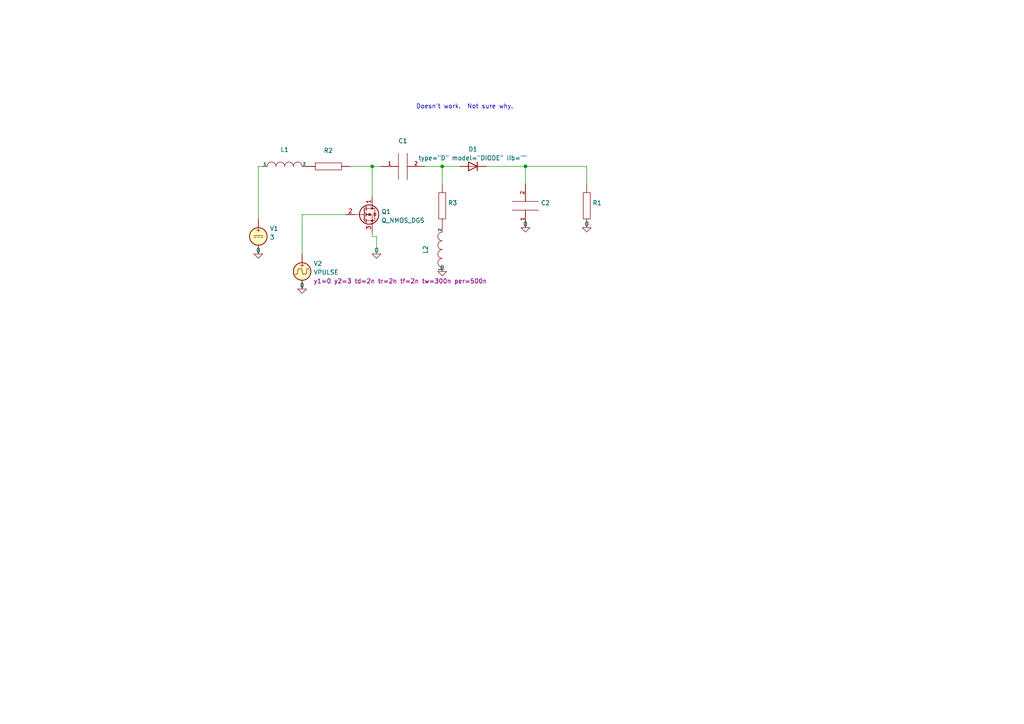
<source format=kicad_sch>
(kicad_sch (version 20211123) (generator eeschema)
  (paper "A4")
  (lib_symbols
    (symbol "Device:Q_NMOS_DGS" (pin_names (offset 0) hide)
      (property "Reference" "Q" (at 5.08 1.27 0))
      (property "Value" "Q_NMOS_DGS" (at 5.08 -1.27 0))
      (symbol "Q_NMOS_DGS_0_1"
        (polyline (pts (xy 0.254 0) (xy -2.54 0)))
        (polyline (pts (xy 0.254 1.905) (xy 0.254 -1.905)) (stroke (width 0.254)))
        (polyline (pts (xy 0.762 -1.27) (xy 0.762 -2.286)) (stroke (width 0.254)))
        (polyline (pts (xy 0.762 0.508) (xy 0.762 -0.508)) (stroke (width 0.254)))
        (polyline (pts (xy 0.762 2.286) (xy 0.762 1.27)) (stroke (width 0.254)))
        (polyline (pts (xy 2.54 2.54) (xy 2.54 1.778)))
        (polyline (pts (xy 2.54 -2.54) (xy 2.54 0) (xy 0.762 0)))
        (polyline (pts (xy 0.762 -1.778) (xy 3.302 -1.778) (xy 3.302 1.778) (xy 0.762 1.778)))
        (polyline (pts (xy 1.016 0) (xy 2.032 0.381) (xy 2.032 -0.381) (xy 1.016 0)) (fill (type outline)))
        (polyline (pts (xy 2.794 0.508) (xy 2.921 0.381) (xy 3.683 0.381) (xy 3.81 0.254)))
        (polyline (pts (xy 3.302 0.381) (xy 2.921 -0.254) (xy 3.683 -0.254) (xy 3.302 0.381)))
        (circle (center 1.651 0) (radius 2.794) (stroke (width 0.254)))
        (circle (center 2.54 -1.778) (radius 0.254) (fill (type outline)))
        (circle (center 2.54 1.778) (radius 0.254) (fill (type outline)))
      )
      (symbol "Q_NMOS_DGS_1_1"
        (pin passive line (at 2.54 5.08 270) (length 2.54) (name "D") (number "1"))
        (pin input line (at -5.08 0 0) (length 2.54) (name "G") (number "2"))
        (pin passive line (at 2.54 -5.08 90) (length 2.54) (name "S") (number "3"))
      )
    )
    (symbol "Simulation_SPICE:DIODE" (pin_numbers hide) (pin_names (offset 1.016) hide)
      (property "Reference" "D" (at 0 2.54 0))
      (property "Value" "DIODE" (at 0 -2.54 0))
      (symbol "DIODE_0_1"
        (polyline (pts (xy 1.27 0) (xy -1.27 0)))
        (polyline (pts (xy 1.27 1.27) (xy 1.27 -1.27)) (stroke (width 0.254)))
        (polyline (pts (xy -1.27 -1.27) (xy -1.27 1.27) (xy 1.27 0) (xy -1.27 -1.27)) (stroke (width 0.254)))
      )
      (symbol "DIODE_1_1"
        (pin passive line (at -3.81 0 0) (length 2.54) (name "A") (number "1"))
        (pin passive line (at 3.81 0 180) (length 2.54) (name "K") (number "2"))
      )
    )
    (symbol "Simulation_SPICE:VDC" (pin_numbers hide) (pin_names (offset 0.0254))
      (property "Reference" "V" (at 2.54 2.54 0))
      (property "Value" "VDC" (at 2.54 0 0))
      (property "Spice_Model" "dc(1)" (at 2.54 -2.54 0))
      (symbol "VDC_0_0"
        (polyline (pts (xy -1.27 0.254) (xy 1.27 0.254)))
        (polyline (pts (xy -0.762 -0.254) (xy -1.27 -0.254)))
        (polyline (pts (xy 0.254 -0.254) (xy -0.254 -0.254)))
        (polyline (pts (xy 1.27 -0.254) (xy 0.762 -0.254)))
        (text "+" (at 0 1.905 0) (effects (font (size 1.27 1.27))))
      )
      (symbol "VDC_0_1"
        (circle (center 0 0) (radius 2.54) (stroke (width 0.254)) (fill (type background)))
      )
      (symbol "VDC_1_1"
        (pin passive line (at 0 5.08 270) (length 2.54) (name "~") (number "1"))
        (pin passive line (at 0 -5.08 90) (length 2.54) (name "~") (number "2"))
      )
    )
    (symbol "Simulation_SPICE:VPULSE" (pin_numbers hide) (pin_names (offset 0.0254))
      (property "Reference" "V" (at 2.54 2.54 0))
      (property "Value" "VPULSE" (at 2.54 0 0))
      (property "Spice_Model" "pulse(0 1 2n 2n 2n 50n 100n)" (at 2.54 -2.54 0))
      (symbol "VPULSE_0_0"
        (polyline (pts (xy -2.032 -0.762) (xy -1.397 -0.762) (xy -1.143 0.762) (xy -0.127 0.762) (xy 0.127 -0.762) (xy 1.143 -0.762) (xy 1.397 0.762) (xy 2.032 0.762)))
        (text "+" (at 0 1.905 0) (effects (font (size 1.27 1.27))))
      )
      (symbol "VPULSE_0_1"
        (circle (center 0 0) (radius 2.54) (stroke (width 0.254)) (fill (type background)))
      )
      (symbol "VPULSE_1_1"
        (pin passive line (at 0 5.08 270) (length 2.54) (name "~") (number "1"))
        (pin passive line (at 0 -5.08 90) (length 2.54) (name "~") (number "2"))
      )
    )
    (symbol "pspice:0" (power) (pin_names (offset 0))
      (property "Value" "0" (at 0 -1.778 0))
      (symbol "0_0_1"
        (polyline (pts (xy -1.27 0) (xy 0 -1.27) (xy 1.27 0) (xy -1.27 0)))
      )
      (symbol "0_1_1"
        (pin power_in line (at 0 0 0) (length 0) hide (name "0") (number "1"))
      )
    )
    (symbol "pspice:C" (pin_names (offset 0.254))
      (property "Reference" "C" (at 2.54 3.81 90))
      (property "Value" "C" (at 2.54 -3.81 90))
      (symbol "C_0_1"
        (polyline (pts (xy -3.81 -1.27) (xy 3.81 -1.27)))
        (polyline (pts (xy -3.81 1.27) (xy 3.81 1.27)))
      )
      (symbol "C_1_1"
        (pin passive line (at 0 6.35 270) (length 5.08) (name "~") (number "1"))
        (pin passive line (at 0 -6.35 90) (length 5.08) (name "~") (number "2"))
      )
    )
    (symbol "pspice:INDUCTOR" (pin_numbers hide) (pin_names (offset 0))
      (property "Reference" "L" (at 0 2.54 0))
      (property "Value" "INDUCTOR" (at 0 -1.27 0))
      (symbol "INDUCTOR_0_1"
        (arc (start -2.54 0) (mid -3.81 1.27) (end -5.08 0))
        (arc (start 0 0) (mid -1.27 1.27) (end -2.54 0))
        (arc (start 2.54 0) (mid 1.27 1.27) (end 0 0))
        (arc (start 5.08 0) (mid 3.81 1.27) (end 2.54 0))
      )
      (symbol "INDUCTOR_1_1"
        (pin input line (at -6.35 0 0) (length 1.27) (name "1") (number "1"))
        (pin input line (at 6.35 0 180) (length 1.27) (name "2") (number "2"))
      )
    )
    (symbol "pspice:R" (pin_numbers hide) (pin_names (offset 0))
      (property "Reference" "R" (at 2.032 0 90))
      (property "Value" "R" (at 0 0 90))
      (symbol "R_0_1"
        (rectangle (start -1.016 3.81) (end 1.016 -3.81))
      )
      (symbol "R_1_1"
        (pin passive line (at 0 6.35 270) (length 2.54) (name "~") (number "1"))
        (pin passive line (at 0 -6.35 90) (length 2.54) (name "~") (number "2"))
      )
    )
  )
  (junction (at 128.27 48.26))
  (junction (at 152.4 48.26))
  (junction (at 107.95 48.26))
  (wire (pts (xy 87.63 73.66) (xy 87.63 62.23)))
  (wire (pts (xy 87.63 62.23) (xy 100.33 62.23)))
  (wire (pts (xy 101.6 48.26) (xy 107.95 48.26)))
  (wire (pts (xy 109.22 68.58) (xy 107.95 68.58)))
  (wire (pts (xy 109.22 73.66) (xy 109.22 68.58)))
  (wire (pts (xy 128.27 48.26) (xy 133.35 48.26)))
  (wire (pts (xy 107.95 48.26) (xy 110.49 48.26)))
  (wire (pts (xy 170.18 48.26) (xy 170.18 53.34)))
  (wire (pts (xy 107.95 68.58) (xy 107.95 67.31)))
  (wire (pts (xy 123.19 48.26) (xy 128.27 48.26)))
  (wire (pts (xy 107.95 48.26) (xy 107.95 57.15)))
  (wire (pts (xy 128.27 53.34) (xy 128.27 48.26)))
  (wire (pts (xy 140.97 48.26) (xy 152.4 48.26)))
  (wire (pts (xy 76.2 48.26) (xy 74.93 48.26)))
  (wire (pts (xy 74.93 48.26) (xy 74.93 63.5)))
  (wire (pts (xy 152.4 48.26) (xy 170.18 48.26)))
  (wire (pts (xy 152.4 48.26) (xy 152.4 53.34)))
  (text "Doesn't work.  Not sure why." (at 120.65 31.75 0) (effects (font (size 1.27 1.27)) (justify left bottom)))
  (symbol (lib_id "Simulation_SPICE:DIODE") (at 137.16 48.26 0) (unit 1)
    (property "Reference" "D1" (at 137.16 43.2902 0))
    (property "Value" "DIODE" (at 137.16 45.8271 0))
    (property "Spice_Netlist_Enabled" "Y" (effects hide))
    (property "Spice_Primitive" "D" (effects hide))
  )
  (symbol (lib_id "pspice:0") (at 128.27 78.74 0) (unit 1)
    (property "Reference" "#GND04" (effects hide))
    (property "Value" "0" (at 128.27 77.7042 0))
  )
  (symbol (lib_id "pspice:INDUCTOR") (at 128.27 72.39 90) (unit 1)
    (property "Reference" "L2" (at 123.4272 72.39 0))
    (property "Value" "INDUCOR" (effects hide))
    (property "Spice_Primitive" "L" (effects hide))
    (property "Spice_Model" "4.7uH" (at 129.54 72.39 0))
    (property "Spice_Netlist_Enabled" "Y" (effects hide))
  )
  (symbol (lib_id "pspice:0") (at 87.63 83.82 0) (unit 1)
    (property "Reference" "#GND02" (effects hide))
    (property "Value" "0" (at 87.63 82.7842 0))
  )
  (symbol (lib_id "pspice:C") (at 116.84 48.26 90) (unit 1)
    (property "Reference" "C1" (at 116.84 40.8772 90))
    (property "Value" "CAP" (effects hide))
    (property "Spice_Primitive" "C" (effects hide))
    (property "Spice_Model" "1u" (at 116.84 48.26 0))
    (property "Spice_Netlist_Enabled" "Y" (effects hide))
  )
  (symbol (lib_id "pspice:R") (at 170.18 59.69 0) (unit 1)
    (property "Reference" "R1" (at 171.831 58.8553 0) (effects (justify left)))
    (property "Value" "R" (effects hide))
    (property "Spice_Primitive" "R" (effects hide))
    (property "Spice_Model" "300" (at 170.18 59.69 0))
    (property "Spice_Netlist_Enabled" "Y" (effects hide))
  )
  (symbol (lib_id "Device:Q_NMOS_DGS") (at 105.41 62.23 0) (unit 1)
    (property "Reference" "Q1" (at 110.617 61.3953 0) (effects (justify left)))
    (property "Value" "Q_NMOS_DGS" (at 110.617 63.9322 0) (effects (justify left)))
    (property "Spice_Primitive" "X" (effects hide))
    (property "Spice_Model" "PNM3FD20V1E-MOSFET-N-DFN-3L-POWER" (effects hide))
    (property "Spice_Netlist_Enabled" "Y" (effects hide))
    (property "Spice_Lib_File" "/home/cnlohr/git/ch32v003fun/hardware/symbols/cnlohr-spice.lib" (effects hide))
  )
  (symbol (lib_id "Simulation_SPICE:VPULSE") (at 87.63 78.74 0) (unit 1)
    (property "Reference" "V2" (at 90.932 76.4471 0) (effects (justify left)))
    (property "Value" "VPULSE" (at 90.932 78.984 0) (effects (justify left)))
    (property "Spice_Netlist_Enabled" "Y" (effects hide))
    (property "Spice_Primitive" "V" (effects hide))
    (property "Spice_Model" "pulse(0 3 2n 2n 2n 300n 500n)" (at 90.932 81.5209 0) (effects (justify left)))
  )
  (symbol (lib_id "pspice:0") (at 74.93 73.66 0) (unit 1)
    (property "Reference" "#GND01" (effects hide))
    (property "Value" "0" (at 74.93 72.6242 0))
  )
  (symbol (lib_id "pspice:INDUCTOR") (at 82.55 48.26 0) (unit 1)
    (property "Reference" "L1" (at 82.55 43.4172 0))
    (property "Value" "INDUCTOR" (effects hide))
    (property "Spice_Primitive" "L" (effects hide))
    (property "Spice_Model" "4.7u" (at 82.55 49.53 0))
    (property "Spice_Netlist_Enabled" "Y" (effects hide))
  )
  (symbol (lib_id "pspice:0") (at 170.18 66.04 0) (unit 1)
    (property "Reference" "#GND06" (effects hide))
    (property "Value" "0" (at 170.18 65.0042 0))
  )
  (symbol (lib_id "pspice:0") (at 152.4 66.04 0) (unit 1)
    (property "Reference" "#GND05" (effects hide))
    (property "Value" "0" (at 152.4 65.0042 0))
  )
  (symbol (lib_id "pspice:R") (at 95.25 48.26 90) (unit 1)
    (property "Reference" "R2" (at 95.25 43.6712 90))
    (property "Value" "R" (effects hide))
    (property "Spice_Primitive" "R" (effects hide))
    (property "Spice_Model" ".15" (at 95.25 46.2081 90))
    (property "Spice_Netlist_Enabled" "Y" (effects hide))
  )
  (symbol (lib_id "pspice:0") (at 109.22 73.66 0) (unit 1)
    (property "Reference" "#GND03" (effects hide))
    (property "Value" "0" (at 109.22 72.6242 0))
  )
  (symbol (lib_id "pspice:C") (at 152.4 59.69 180) (unit 1)
    (property "Reference" "C2" (at 156.845 58.8553 0) (effects (justify right)))
    (property "Value" "4.7uF" (effects hide))
    (property "Spice_Primitive" "C" (effects hide))
    (property "Spice_Model" "1uF" (at 156.845 61.3922 0) (effects (justify right)))
    (property "Spice_Netlist_Enabled" "Y" (effects hide))
  )
  (symbol (lib_id "pspice:R") (at 128.27 59.69 180) (unit 1)
    (property "Reference" "R3" (at 129.921 58.8553 0) (effects (justify right)))
    (property "Value" "R" (effects hide))
    (property "Spice_Primitive" "R" (effects hide))
    (property "Spice_Model" ".15" (at 129.921 61.3922 0) (effects (justify right)))
    (property "Spice_Netlist_Enabled" "Y" (effects hide))
  )
  (symbol (lib_id "Simulation_SPICE:VDC") (at 74.93 68.58 0) (unit 1)
    (property "Reference" "V1" (at 78.232 66.2871 0) (effects (justify left)))
    (property "Value" "VDC" (at 78.232 68.824 0) (effects (justify left)))
    (property "Spice_Netlist_Enabled" "Y" (effects hide))
    (property "Spice_Primitive" "V" (effects hide))
    (property "Spice_Model" "dc(3)" (at 78.232 71.3609 0) (effects (justify left)))
  )
)
</source>
